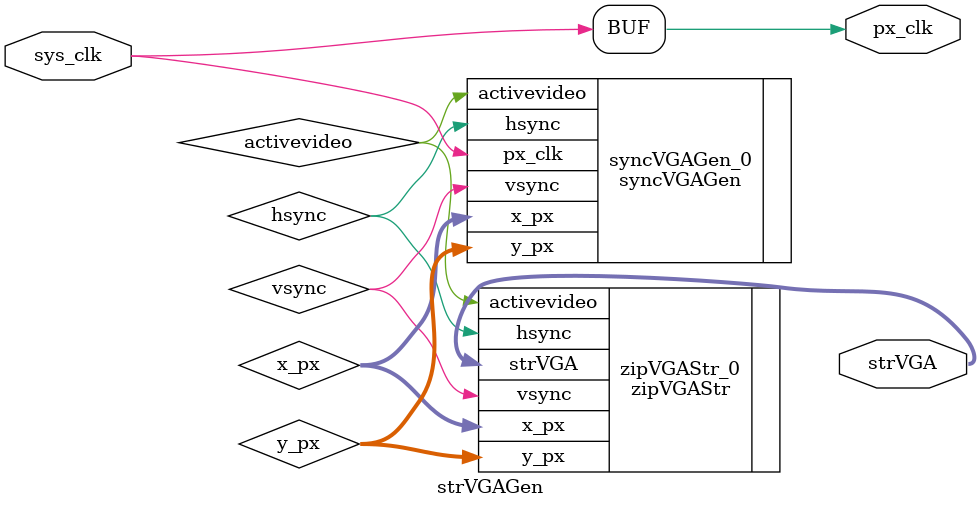
<source format=v>
module strVGAGen (
    input  wire sys_clk,            // System clock.
    output wire px_clk,             // Pixel clock.
    output wire [22:0] strVGA       // Stream VGA output.
);

wire [9:0] x_px;
wire [9:0] y_px;
wire hsync;
wire vsync;
wire activevideo;

/*// Pixel clock generator.
pxClkGen pxClkGen_0 (
    .sys_clk (sys_clk),
    .px_clk (px_clk)
);*/

// El modulo de arriba genera un reloj de 50MHz
assign px_clk = sys_clk;

// From pixel clock to sync.
syncVGAGen syncVGAGen_0 (
    .px_clk(px_clk),
    .x_px(x_px),
    .y_px(y_px),
    .hsync(hsync),
    .vsync(vsync),
    .activevideo(activevideo)
);

// From sync to stream VGA.
zipVGAStr zipVGAStr_0 (
    .x_px(x_px),
    .y_px(y_px),
    .hsync(hsync),
    .vsync(vsync),
    .activevideo(activevideo),
    .strVGA(strVGA)
);

endmodule

</source>
